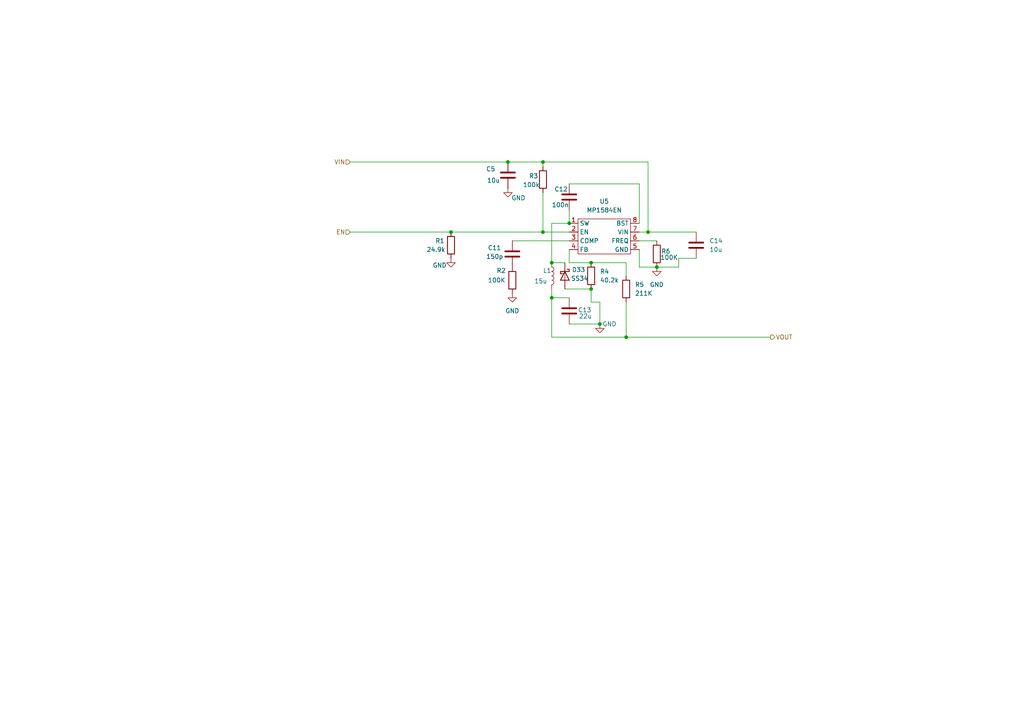
<source format=kicad_sch>
(kicad_sch
	(version 20250114)
	(generator "eeschema")
	(generator_version "9.0")
	(uuid "ad924a41-4a46-41d0-a49f-52a8569cdc75")
	(paper "A4")
	(lib_symbols
		(symbol "Device:C"
			(pin_numbers
				(hide yes)
			)
			(pin_names
				(offset 0.254)
			)
			(exclude_from_sim no)
			(in_bom yes)
			(on_board yes)
			(property "Reference" "C"
				(at 0.635 2.54 0)
				(effects
					(font
						(size 1.27 1.27)
					)
					(justify left)
				)
			)
			(property "Value" "C"
				(at 0.635 -2.54 0)
				(effects
					(font
						(size 1.27 1.27)
					)
					(justify left)
				)
			)
			(property "Footprint" ""
				(at 0.9652 -3.81 0)
				(effects
					(font
						(size 1.27 1.27)
					)
					(hide yes)
				)
			)
			(property "Datasheet" "~"
				(at 0 0 0)
				(effects
					(font
						(size 1.27 1.27)
					)
					(hide yes)
				)
			)
			(property "Description" "Unpolarized capacitor"
				(at 0 0 0)
				(effects
					(font
						(size 1.27 1.27)
					)
					(hide yes)
				)
			)
			(property "ki_keywords" "cap capacitor"
				(at 0 0 0)
				(effects
					(font
						(size 1.27 1.27)
					)
					(hide yes)
				)
			)
			(property "ki_fp_filters" "C_*"
				(at 0 0 0)
				(effects
					(font
						(size 1.27 1.27)
					)
					(hide yes)
				)
			)
			(symbol "C_0_1"
				(polyline
					(pts
						(xy -2.032 0.762) (xy 2.032 0.762)
					)
					(stroke
						(width 0.508)
						(type default)
					)
					(fill
						(type none)
					)
				)
				(polyline
					(pts
						(xy -2.032 -0.762) (xy 2.032 -0.762)
					)
					(stroke
						(width 0.508)
						(type default)
					)
					(fill
						(type none)
					)
				)
			)
			(symbol "C_1_1"
				(pin passive line
					(at 0 3.81 270)
					(length 2.794)
					(name "~"
						(effects
							(font
								(size 1.27 1.27)
							)
						)
					)
					(number "1"
						(effects
							(font
								(size 1.27 1.27)
							)
						)
					)
				)
				(pin passive line
					(at 0 -3.81 90)
					(length 2.794)
					(name "~"
						(effects
							(font
								(size 1.27 1.27)
							)
						)
					)
					(number "2"
						(effects
							(font
								(size 1.27 1.27)
							)
						)
					)
				)
			)
			(embedded_fonts no)
		)
		(symbol "Device:L"
			(pin_numbers
				(hide yes)
			)
			(pin_names
				(offset 1.016)
				(hide yes)
			)
			(exclude_from_sim no)
			(in_bom yes)
			(on_board yes)
			(property "Reference" "L"
				(at -1.27 0 90)
				(effects
					(font
						(size 1.27 1.27)
					)
				)
			)
			(property "Value" "L"
				(at 1.905 0 90)
				(effects
					(font
						(size 1.27 1.27)
					)
				)
			)
			(property "Footprint" ""
				(at 0 0 0)
				(effects
					(font
						(size 1.27 1.27)
					)
					(hide yes)
				)
			)
			(property "Datasheet" "~"
				(at 0 0 0)
				(effects
					(font
						(size 1.27 1.27)
					)
					(hide yes)
				)
			)
			(property "Description" "Inductor"
				(at 0 0 0)
				(effects
					(font
						(size 1.27 1.27)
					)
					(hide yes)
				)
			)
			(property "ki_keywords" "inductor choke coil reactor magnetic"
				(at 0 0 0)
				(effects
					(font
						(size 1.27 1.27)
					)
					(hide yes)
				)
			)
			(property "ki_fp_filters" "Choke_* *Coil* Inductor_* L_*"
				(at 0 0 0)
				(effects
					(font
						(size 1.27 1.27)
					)
					(hide yes)
				)
			)
			(symbol "L_0_1"
				(arc
					(start 0 2.54)
					(mid 0.6323 1.905)
					(end 0 1.27)
					(stroke
						(width 0)
						(type default)
					)
					(fill
						(type none)
					)
				)
				(arc
					(start 0 1.27)
					(mid 0.6323 0.635)
					(end 0 0)
					(stroke
						(width 0)
						(type default)
					)
					(fill
						(type none)
					)
				)
				(arc
					(start 0 0)
					(mid 0.6323 -0.635)
					(end 0 -1.27)
					(stroke
						(width 0)
						(type default)
					)
					(fill
						(type none)
					)
				)
				(arc
					(start 0 -1.27)
					(mid 0.6323 -1.905)
					(end 0 -2.54)
					(stroke
						(width 0)
						(type default)
					)
					(fill
						(type none)
					)
				)
			)
			(symbol "L_1_1"
				(pin passive line
					(at 0 3.81 270)
					(length 1.27)
					(name "1"
						(effects
							(font
								(size 1.27 1.27)
							)
						)
					)
					(number "1"
						(effects
							(font
								(size 1.27 1.27)
							)
						)
					)
				)
				(pin passive line
					(at 0 -3.81 90)
					(length 1.27)
					(name "2"
						(effects
							(font
								(size 1.27 1.27)
							)
						)
					)
					(number "2"
						(effects
							(font
								(size 1.27 1.27)
							)
						)
					)
				)
			)
			(embedded_fonts no)
		)
		(symbol "Device:R"
			(pin_numbers
				(hide yes)
			)
			(pin_names
				(offset 0)
			)
			(exclude_from_sim no)
			(in_bom yes)
			(on_board yes)
			(property "Reference" "R"
				(at 2.032 0 90)
				(effects
					(font
						(size 1.27 1.27)
					)
				)
			)
			(property "Value" "R"
				(at 0 0 90)
				(effects
					(font
						(size 1.27 1.27)
					)
				)
			)
			(property "Footprint" ""
				(at -1.778 0 90)
				(effects
					(font
						(size 1.27 1.27)
					)
					(hide yes)
				)
			)
			(property "Datasheet" "~"
				(at 0 0 0)
				(effects
					(font
						(size 1.27 1.27)
					)
					(hide yes)
				)
			)
			(property "Description" "Resistor"
				(at 0 0 0)
				(effects
					(font
						(size 1.27 1.27)
					)
					(hide yes)
				)
			)
			(property "ki_keywords" "R res resistor"
				(at 0 0 0)
				(effects
					(font
						(size 1.27 1.27)
					)
					(hide yes)
				)
			)
			(property "ki_fp_filters" "R_*"
				(at 0 0 0)
				(effects
					(font
						(size 1.27 1.27)
					)
					(hide yes)
				)
			)
			(symbol "R_0_1"
				(rectangle
					(start -1.016 -2.54)
					(end 1.016 2.54)
					(stroke
						(width 0.254)
						(type default)
					)
					(fill
						(type none)
					)
				)
			)
			(symbol "R_1_1"
				(pin passive line
					(at 0 3.81 270)
					(length 1.27)
					(name "~"
						(effects
							(font
								(size 1.27 1.27)
							)
						)
					)
					(number "1"
						(effects
							(font
								(size 1.27 1.27)
							)
						)
					)
				)
				(pin passive line
					(at 0 -3.81 90)
					(length 1.27)
					(name "~"
						(effects
							(font
								(size 1.27 1.27)
							)
						)
					)
					(number "2"
						(effects
							(font
								(size 1.27 1.27)
							)
						)
					)
				)
			)
			(embedded_fonts no)
		)
		(symbol "Diode:SS34"
			(pin_numbers
				(hide yes)
			)
			(pin_names
				(offset 1.016)
				(hide yes)
			)
			(exclude_from_sim no)
			(in_bom yes)
			(on_board yes)
			(property "Reference" "D"
				(at 0 2.54 0)
				(effects
					(font
						(size 1.27 1.27)
					)
				)
			)
			(property "Value" "SS34"
				(at 0 -2.54 0)
				(effects
					(font
						(size 1.27 1.27)
					)
				)
			)
			(property "Footprint" "Diode_SMD:D_SMA"
				(at 0 -4.445 0)
				(effects
					(font
						(size 1.27 1.27)
					)
					(hide yes)
				)
			)
			(property "Datasheet" "https://www.vishay.com/docs/88751/ss32.pdf"
				(at 0 0 0)
				(effects
					(font
						(size 1.27 1.27)
					)
					(hide yes)
				)
			)
			(property "Description" "40V 3A Schottky Diode, SMA"
				(at 0 0 0)
				(effects
					(font
						(size 1.27 1.27)
					)
					(hide yes)
				)
			)
			(property "ki_keywords" "diode Schottky"
				(at 0 0 0)
				(effects
					(font
						(size 1.27 1.27)
					)
					(hide yes)
				)
			)
			(property "ki_fp_filters" "D*SMA*"
				(at 0 0 0)
				(effects
					(font
						(size 1.27 1.27)
					)
					(hide yes)
				)
			)
			(symbol "SS34_0_1"
				(polyline
					(pts
						(xy -1.905 0.635) (xy -1.905 1.27) (xy -1.27 1.27) (xy -1.27 -1.27) (xy -0.635 -1.27) (xy -0.635 -0.635)
					)
					(stroke
						(width 0.254)
						(type default)
					)
					(fill
						(type none)
					)
				)
				(polyline
					(pts
						(xy 1.27 1.27) (xy 1.27 -1.27) (xy -1.27 0) (xy 1.27 1.27)
					)
					(stroke
						(width 0.254)
						(type default)
					)
					(fill
						(type none)
					)
				)
				(polyline
					(pts
						(xy 1.27 0) (xy -1.27 0)
					)
					(stroke
						(width 0)
						(type default)
					)
					(fill
						(type none)
					)
				)
			)
			(symbol "SS34_1_1"
				(pin passive line
					(at -3.81 0 0)
					(length 2.54)
					(name "K"
						(effects
							(font
								(size 1.27 1.27)
							)
						)
					)
					(number "1"
						(effects
							(font
								(size 1.27 1.27)
							)
						)
					)
				)
				(pin passive line
					(at 3.81 0 180)
					(length 2.54)
					(name "A"
						(effects
							(font
								(size 1.27 1.27)
							)
						)
					)
					(number "2"
						(effects
							(font
								(size 1.27 1.27)
							)
						)
					)
				)
			)
			(embedded_fonts no)
		)
		(symbol "power:GND"
			(power)
			(pin_numbers
				(hide yes)
			)
			(pin_names
				(offset 0)
				(hide yes)
			)
			(exclude_from_sim no)
			(in_bom yes)
			(on_board yes)
			(property "Reference" "#PWR"
				(at 0 -6.35 0)
				(effects
					(font
						(size 1.27 1.27)
					)
					(hide yes)
				)
			)
			(property "Value" "GND"
				(at 0 -3.81 0)
				(effects
					(font
						(size 1.27 1.27)
					)
				)
			)
			(property "Footprint" ""
				(at 0 0 0)
				(effects
					(font
						(size 1.27 1.27)
					)
					(hide yes)
				)
			)
			(property "Datasheet" ""
				(at 0 0 0)
				(effects
					(font
						(size 1.27 1.27)
					)
					(hide yes)
				)
			)
			(property "Description" "Power symbol creates a global label with name \"GND\" , ground"
				(at 0 0 0)
				(effects
					(font
						(size 1.27 1.27)
					)
					(hide yes)
				)
			)
			(property "ki_keywords" "global power"
				(at 0 0 0)
				(effects
					(font
						(size 1.27 1.27)
					)
					(hide yes)
				)
			)
			(symbol "GND_0_1"
				(polyline
					(pts
						(xy 0 0) (xy 0 -1.27) (xy 1.27 -1.27) (xy 0 -2.54) (xy -1.27 -1.27) (xy 0 -1.27)
					)
					(stroke
						(width 0)
						(type default)
					)
					(fill
						(type none)
					)
				)
			)
			(symbol "GND_1_1"
				(pin power_in line
					(at 0 0 270)
					(length 0)
					(name "~"
						(effects
							(font
								(size 1.27 1.27)
							)
						)
					)
					(number "1"
						(effects
							(font
								(size 1.27 1.27)
							)
						)
					)
				)
			)
			(embedded_fonts no)
		)
		(symbol "spinning_top:MP1584EN"
			(exclude_from_sim no)
			(in_bom yes)
			(on_board yes)
			(property "Reference" "U"
				(at 0 0 0)
				(effects
					(font
						(size 1.27 1.27)
					)
				)
			)
			(property "Value" "Buck Converter"
				(at 0 0 0)
				(effects
					(font
						(size 1.27 1.27)
					)
				)
			)
			(property "Footprint" ""
				(at 0 0 0)
				(effects
					(font
						(size 1.27 1.27)
					)
					(hide yes)
				)
			)
			(property "Datasheet" ""
				(at 0 0 0)
				(effects
					(font
						(size 1.27 1.27)
					)
					(hide yes)
				)
			)
			(property "Description" ""
				(at 0 0 0)
				(effects
					(font
						(size 1.27 1.27)
					)
					(hide yes)
				)
			)
			(symbol "MP1584EN_0_1"
				(rectangle
					(start -7.62 5.08)
					(end 7.62 -5.08)
					(stroke
						(width 0)
						(type default)
					)
					(fill
						(type none)
					)
				)
			)
			(symbol "MP1584EN_1_1"
				(pin output line
					(at -10.16 3.81 0)
					(length 2.54)
					(name "SW"
						(effects
							(font
								(size 1.27 1.27)
							)
						)
					)
					(number "1"
						(effects
							(font
								(size 1.27 1.27)
							)
						)
					)
				)
				(pin input line
					(at -10.16 1.27 0)
					(length 2.54)
					(name "EN"
						(effects
							(font
								(size 1.27 1.27)
							)
						)
					)
					(number "2"
						(effects
							(font
								(size 1.27 1.27)
							)
						)
					)
				)
				(pin output line
					(at -10.16 -1.27 0)
					(length 2.54)
					(name "COMP"
						(effects
							(font
								(size 1.27 1.27)
							)
						)
					)
					(number "3"
						(effects
							(font
								(size 1.27 1.27)
							)
						)
					)
				)
				(pin input line
					(at -10.16 -3.81 0)
					(length 2.54)
					(name "FB"
						(effects
							(font
								(size 1.27 1.27)
							)
						)
					)
					(number "4"
						(effects
							(font
								(size 1.27 1.27)
							)
						)
					)
				)
				(pin input line
					(at 10.16 3.81 180)
					(length 2.54)
					(name "BST"
						(effects
							(font
								(size 1.27 1.27)
							)
						)
					)
					(number "8"
						(effects
							(font
								(size 1.27 1.27)
							)
						)
					)
				)
				(pin input line
					(at 10.16 1.27 180)
					(length 2.54)
					(name "VIN"
						(effects
							(font
								(size 1.27 1.27)
							)
						)
					)
					(number "7"
						(effects
							(font
								(size 1.27 1.27)
							)
						)
					)
				)
				(pin input line
					(at 10.16 -1.27 180)
					(length 2.54)
					(name "FREQ"
						(effects
							(font
								(size 1.27 1.27)
							)
						)
					)
					(number "6"
						(effects
							(font
								(size 1.27 1.27)
							)
						)
					)
				)
				(pin input line
					(at 10.16 -3.81 180)
					(length 2.54)
					(name "GND"
						(effects
							(font
								(size 1.27 1.27)
							)
						)
					)
					(number "5"
						(effects
							(font
								(size 1.27 1.27)
							)
						)
					)
				)
			)
			(embedded_fonts no)
		)
	)
	(junction
		(at 171.45 83.82)
		(diameter 0)
		(color 0 0 0 0)
		(uuid "2cf7d5fd-f24d-444b-888f-47725a4cb0c3")
	)
	(junction
		(at 160.02 86.36)
		(diameter 0)
		(color 0 0 0 0)
		(uuid "55d5c6d3-660b-45bc-9bc1-0facd57eeed5")
	)
	(junction
		(at 173.99 93.98)
		(diameter 0)
		(color 0 0 0 0)
		(uuid "6e083ae4-de4c-42f3-aee4-2fa5a98db601")
	)
	(junction
		(at 157.48 46.99)
		(diameter 0)
		(color 0 0 0 0)
		(uuid "7b6087e2-bad9-48bb-a7a2-7066283ce316")
	)
	(junction
		(at 130.81 67.31)
		(diameter 0)
		(color 0 0 0 0)
		(uuid "810fa0d5-48fa-4e1e-aa0e-0724388434a1")
	)
	(junction
		(at 190.5 77.47)
		(diameter 0)
		(color 0 0 0 0)
		(uuid "89e5be56-c589-484a-ae49-37eebdcb92f6")
	)
	(junction
		(at 157.48 67.31)
		(diameter 0)
		(color 0 0 0 0)
		(uuid "8ba0c6d2-9521-445b-9b50-3a9f89dc06a2")
	)
	(junction
		(at 147.32 46.99)
		(diameter 0)
		(color 0 0 0 0)
		(uuid "8c300008-f662-48a6-958d-42e7eca8c910")
	)
	(junction
		(at 160.02 76.2)
		(diameter 0)
		(color 0 0 0 0)
		(uuid "9319e25c-4df5-4e89-ac74-c690e357d422")
	)
	(junction
		(at 165.1 64.77)
		(diameter 0)
		(color 0 0 0 0)
		(uuid "adfe9836-b72f-4d78-a071-1e7986fe5d44")
	)
	(junction
		(at 181.61 97.79)
		(diameter 0)
		(color 0 0 0 0)
		(uuid "b7a87e67-e87f-4db6-a48e-a011914c1b1a")
	)
	(junction
		(at 171.45 76.2)
		(diameter 0)
		(color 0 0 0 0)
		(uuid "bea6a992-0be6-4c5b-bf83-2f7b711c86dc")
	)
	(junction
		(at 187.96 67.31)
		(diameter 0)
		(color 0 0 0 0)
		(uuid "e546ea4c-07da-4bc7-aaf8-8f47f9f4f3e0")
	)
	(wire
		(pts
			(xy 101.6 46.99) (xy 147.32 46.99)
		)
		(stroke
			(width 0)
			(type default)
		)
		(uuid "011fb40c-f640-44f1-a158-31900e787321")
	)
	(wire
		(pts
			(xy 171.45 83.82) (xy 171.45 87.63)
		)
		(stroke
			(width 0)
			(type default)
		)
		(uuid "018c2a87-1153-4ebd-9676-b701e6b0202f")
	)
	(wire
		(pts
			(xy 187.96 67.31) (xy 201.93 67.31)
		)
		(stroke
			(width 0)
			(type default)
		)
		(uuid "074fb02d-fbf5-4c15-a1e3-86817451933f")
	)
	(wire
		(pts
			(xy 165.1 60.96) (xy 165.1 64.77)
		)
		(stroke
			(width 0)
			(type default)
		)
		(uuid "0880dfb8-d0c8-4305-bbed-5bf6fc82398e")
	)
	(wire
		(pts
			(xy 157.48 67.31) (xy 165.1 67.31)
		)
		(stroke
			(width 0)
			(type default)
		)
		(uuid "08b3e113-a15c-467c-bb17-9ec07ae168e6")
	)
	(wire
		(pts
			(xy 181.61 87.63) (xy 181.61 97.79)
		)
		(stroke
			(width 0)
			(type default)
		)
		(uuid "196f77cb-4df4-4db0-bc60-005a16fa113c")
	)
	(wire
		(pts
			(xy 185.42 69.85) (xy 190.5 69.85)
		)
		(stroke
			(width 0)
			(type default)
		)
		(uuid "2407becc-2209-4c81-a4b3-4cfb391bc025")
	)
	(wire
		(pts
			(xy 147.32 46.99) (xy 157.48 46.99)
		)
		(stroke
			(width 0)
			(type default)
		)
		(uuid "27096acd-f38b-4a65-96d0-43ecfe5abd1a")
	)
	(wire
		(pts
			(xy 130.81 67.31) (xy 157.48 67.31)
		)
		(stroke
			(width 0)
			(type default)
		)
		(uuid "27fc7978-d6a3-4ba8-9dca-d9cb8f1d6247")
	)
	(wire
		(pts
			(xy 163.83 83.82) (xy 171.45 83.82)
		)
		(stroke
			(width 0)
			(type default)
		)
		(uuid "2f82e364-d11b-48ce-992a-c71e304529ab")
	)
	(wire
		(pts
			(xy 160.02 76.2) (xy 163.83 76.2)
		)
		(stroke
			(width 0)
			(type default)
		)
		(uuid "3c79a0b0-b102-4b19-91db-c22e2c4c48bc")
	)
	(wire
		(pts
			(xy 165.1 72.39) (xy 165.1 76.2)
		)
		(stroke
			(width 0)
			(type default)
		)
		(uuid "3f5ea1f8-466e-4067-a8a2-11571fe1ecd3")
	)
	(wire
		(pts
			(xy 185.42 67.31) (xy 187.96 67.31)
		)
		(stroke
			(width 0)
			(type default)
		)
		(uuid "41d8d03e-ce88-4d81-a3f1-42abfd91c5ef")
	)
	(wire
		(pts
			(xy 157.48 46.99) (xy 157.48 48.26)
		)
		(stroke
			(width 0)
			(type default)
		)
		(uuid "4f165c28-f743-49e7-b89a-97906c7f3c26")
	)
	(wire
		(pts
			(xy 173.99 87.63) (xy 173.99 93.98)
		)
		(stroke
			(width 0)
			(type default)
		)
		(uuid "5005e213-e7bc-47a8-857f-85fca8efa41a")
	)
	(wire
		(pts
			(xy 171.45 76.2) (xy 181.61 76.2)
		)
		(stroke
			(width 0)
			(type default)
		)
		(uuid "546c13b4-c012-4289-8b40-aecd7ee8428b")
	)
	(wire
		(pts
			(xy 165.1 76.2) (xy 171.45 76.2)
		)
		(stroke
			(width 0)
			(type default)
		)
		(uuid "561dca1f-767a-44c4-986b-efa37971d4c6")
	)
	(wire
		(pts
			(xy 101.6 67.31) (xy 130.81 67.31)
		)
		(stroke
			(width 0)
			(type default)
		)
		(uuid "5f48cbd8-67ff-4529-a07e-24980c1b38f6")
	)
	(wire
		(pts
			(xy 171.45 87.63) (xy 173.99 87.63)
		)
		(stroke
			(width 0)
			(type default)
		)
		(uuid "69c73c1b-e58f-4e61-bb52-18307e1057b6")
	)
	(wire
		(pts
			(xy 160.02 83.82) (xy 160.02 86.36)
		)
		(stroke
			(width 0)
			(type default)
		)
		(uuid "73e5b747-db12-43ad-b9dc-0d5739ad3a79")
	)
	(wire
		(pts
			(xy 157.48 46.99) (xy 187.96 46.99)
		)
		(stroke
			(width 0)
			(type default)
		)
		(uuid "770810f7-61fe-4284-8af8-26bce5f0f912")
	)
	(wire
		(pts
			(xy 181.61 76.2) (xy 181.61 80.01)
		)
		(stroke
			(width 0)
			(type default)
		)
		(uuid "80e70967-2e07-472d-8897-71ce4c1038bd")
	)
	(wire
		(pts
			(xy 148.59 69.85) (xy 165.1 69.85)
		)
		(stroke
			(width 0)
			(type default)
		)
		(uuid "827d8c91-cc6f-4463-937e-0124a88621c6")
	)
	(wire
		(pts
			(xy 157.48 55.88) (xy 157.48 67.31)
		)
		(stroke
			(width 0)
			(type default)
		)
		(uuid "85d7bba3-ad54-48af-8c48-9b505a9d02b6")
	)
	(wire
		(pts
			(xy 185.42 53.34) (xy 185.42 64.77)
		)
		(stroke
			(width 0)
			(type default)
		)
		(uuid "96e06630-6919-44a9-b174-33add9cb7e05")
	)
	(wire
		(pts
			(xy 173.99 93.98) (xy 165.1 93.98)
		)
		(stroke
			(width 0)
			(type default)
		)
		(uuid "9cc536fe-d7f7-4a08-a7cc-667fd4583895")
	)
	(wire
		(pts
			(xy 160.02 86.36) (xy 165.1 86.36)
		)
		(stroke
			(width 0)
			(type default)
		)
		(uuid "9ed3334f-83e8-48b1-8a13-4f945e4d761a")
	)
	(wire
		(pts
			(xy 160.02 97.79) (xy 181.61 97.79)
		)
		(stroke
			(width 0)
			(type default)
		)
		(uuid "ac71598c-ad87-445f-aabb-43602b7b0e60")
	)
	(wire
		(pts
			(xy 181.61 97.79) (xy 223.52 97.79)
		)
		(stroke
			(width 0)
			(type default)
		)
		(uuid "b2ace0cc-249d-4f36-9538-80e8927e55f8")
	)
	(wire
		(pts
			(xy 185.42 72.39) (xy 185.42 77.47)
		)
		(stroke
			(width 0)
			(type default)
		)
		(uuid "b70bde4c-8a45-4503-bf3b-a437fc9d6551")
	)
	(wire
		(pts
			(xy 187.96 67.31) (xy 187.96 46.99)
		)
		(stroke
			(width 0)
			(type default)
		)
		(uuid "c2f619a2-9f66-406e-8806-11e5d2529088")
	)
	(wire
		(pts
			(xy 165.1 64.77) (xy 160.02 64.77)
		)
		(stroke
			(width 0)
			(type default)
		)
		(uuid "c589b5d0-6e75-46b9-af92-258d639fef31")
	)
	(wire
		(pts
			(xy 196.85 77.47) (xy 190.5 77.47)
		)
		(stroke
			(width 0)
			(type default)
		)
		(uuid "d68f8147-9d81-40e5-a269-6b0b4eb5d7d3")
	)
	(wire
		(pts
			(xy 160.02 86.36) (xy 160.02 97.79)
		)
		(stroke
			(width 0)
			(type default)
		)
		(uuid "d80787cc-b39d-4378-a227-44361d0505f9")
	)
	(wire
		(pts
			(xy 185.42 77.47) (xy 190.5 77.47)
		)
		(stroke
			(width 0)
			(type default)
		)
		(uuid "d9b09236-c60c-4f0e-a746-6d2bf51fdab4")
	)
	(wire
		(pts
			(xy 196.85 74.93) (xy 201.93 74.93)
		)
		(stroke
			(width 0)
			(type default)
		)
		(uuid "e8f58b43-7c49-4345-84d6-1db6ced79ee4")
	)
	(wire
		(pts
			(xy 196.85 74.93) (xy 196.85 77.47)
		)
		(stroke
			(width 0)
			(type default)
		)
		(uuid "eb7814f9-0826-4e59-812a-4737ce98c85f")
	)
	(wire
		(pts
			(xy 165.1 53.34) (xy 185.42 53.34)
		)
		(stroke
			(width 0)
			(type default)
		)
		(uuid "eddd25d6-9430-44f2-8ba1-8211f9a48686")
	)
	(wire
		(pts
			(xy 160.02 64.77) (xy 160.02 76.2)
		)
		(stroke
			(width 0)
			(type default)
		)
		(uuid "fbfce56d-261f-400f-9c2f-c828f0532530")
	)
	(hierarchical_label "EN"
		(shape input)
		(at 101.6 67.31 180)
		(effects
			(font
				(size 1.27 1.27)
			)
			(justify right)
		)
		(uuid "05a7ef8e-b431-46c9-8ba8-e6b9b47c229c")
	)
	(hierarchical_label "VOUT"
		(shape output)
		(at 223.52 97.79 0)
		(effects
			(font
				(size 1.27 1.27)
			)
			(justify left)
		)
		(uuid "0e0156b3-4725-4cd9-9620-6d1c276412bf")
	)
	(hierarchical_label "VIN"
		(shape input)
		(at 101.6 46.99 180)
		(effects
			(font
				(size 1.27 1.27)
			)
			(justify right)
		)
		(uuid "5b4dadcc-7d75-4d79-a42c-9fba062681c7")
	)
	(symbol
		(lib_id "Device:R")
		(at 181.61 83.82 0)
		(unit 1)
		(exclude_from_sim no)
		(in_bom yes)
		(on_board yes)
		(dnp no)
		(fields_autoplaced yes)
		(uuid "076fa0a1-bf63-473a-8a73-932f9a3cffbb")
		(property "Reference" "R5"
			(at 184.15 82.5499 0)
			(effects
				(font
					(size 1.27 1.27)
				)
				(justify left)
			)
		)
		(property "Value" "211K"
			(at 184.15 85.0899 0)
			(effects
				(font
					(size 1.27 1.27)
				)
				(justify left)
			)
		)
		(property "Footprint" ""
			(at 179.832 83.82 90)
			(effects
				(font
					(size 1.27 1.27)
				)
				(hide yes)
			)
		)
		(property "Datasheet" "~"
			(at 181.61 83.82 0)
			(effects
				(font
					(size 1.27 1.27)
				)
				(hide yes)
			)
		)
		(property "Description" "Resistor"
			(at 181.61 83.82 0)
			(effects
				(font
					(size 1.27 1.27)
				)
				(hide yes)
			)
		)
		(pin "1"
			(uuid "d7a71393-98ca-4835-b74a-bb86afd1f3b8")
		)
		(pin "2"
			(uuid "12ec34ab-c627-4ab8-b91b-df22c4701b68")
		)
		(instances
			(project "Smart_Spinner"
				(path "/f709486d-613a-44bb-9859-6d5f77e05693/6285590c-ce2a-4b4d-8f7b-9d941974f9a2/0d42ab92-6df8-4e2f-b817-fb873a6da883"
					(reference "R5")
					(unit 1)
				)
			)
		)
	)
	(symbol
		(lib_id "Device:C")
		(at 201.93 71.12 0)
		(unit 1)
		(exclude_from_sim no)
		(in_bom yes)
		(on_board yes)
		(dnp no)
		(fields_autoplaced yes)
		(uuid "11f6f6d9-76de-432a-8a22-ce2a034b498b")
		(property "Reference" "C14"
			(at 205.74 69.8499 0)
			(effects
				(font
					(size 1.27 1.27)
				)
				(justify left)
			)
		)
		(property "Value" "10u"
			(at 205.74 72.3899 0)
			(effects
				(font
					(size 1.27 1.27)
				)
				(justify left)
			)
		)
		(property "Footprint" ""
			(at 202.8952 74.93 0)
			(effects
				(font
					(size 1.27 1.27)
				)
				(hide yes)
			)
		)
		(property "Datasheet" "~"
			(at 201.93 71.12 0)
			(effects
				(font
					(size 1.27 1.27)
				)
				(hide yes)
			)
		)
		(property "Description" "Unpolarized capacitor"
			(at 201.93 71.12 0)
			(effects
				(font
					(size 1.27 1.27)
				)
				(hide yes)
			)
		)
		(pin "1"
			(uuid "b2bc3449-b8f0-4e8f-b927-1675d8769799")
		)
		(pin "2"
			(uuid "ea801173-582b-42b5-b791-c72aba870f15")
		)
		(instances
			(project "Smart_Spinner"
				(path "/f709486d-613a-44bb-9859-6d5f77e05693/6285590c-ce2a-4b4d-8f7b-9d941974f9a2/0d42ab92-6df8-4e2f-b817-fb873a6da883"
					(reference "C14")
					(unit 1)
				)
			)
		)
	)
	(symbol
		(lib_id "power:GND")
		(at 147.32 54.61 0)
		(unit 1)
		(exclude_from_sim no)
		(in_bom yes)
		(on_board yes)
		(dnp no)
		(uuid "1e62a208-74d6-43c0-a289-a1d562c5c467")
		(property "Reference" "#PWR08"
			(at 147.32 60.96 0)
			(effects
				(font
					(size 1.27 1.27)
				)
				(hide yes)
			)
		)
		(property "Value" "GND"
			(at 150.368 57.404 0)
			(effects
				(font
					(size 1.27 1.27)
				)
			)
		)
		(property "Footprint" ""
			(at 147.32 54.61 0)
			(effects
				(font
					(size 1.27 1.27)
				)
				(hide yes)
			)
		)
		(property "Datasheet" ""
			(at 147.32 54.61 0)
			(effects
				(font
					(size 1.27 1.27)
				)
				(hide yes)
			)
		)
		(property "Description" "Power symbol creates a global label with name \"GND\" , ground"
			(at 147.32 54.61 0)
			(effects
				(font
					(size 1.27 1.27)
				)
				(hide yes)
			)
		)
		(pin "1"
			(uuid "111552c4-b336-4d35-ac48-37b9477ea7da")
		)
		(instances
			(project "Smart_Spinner"
				(path "/f709486d-613a-44bb-9859-6d5f77e05693/6285590c-ce2a-4b4d-8f7b-9d941974f9a2/0d42ab92-6df8-4e2f-b817-fb873a6da883"
					(reference "#PWR08")
					(unit 1)
				)
			)
		)
	)
	(symbol
		(lib_id "Device:R")
		(at 157.48 52.07 0)
		(unit 1)
		(exclude_from_sim no)
		(in_bom yes)
		(on_board yes)
		(dnp no)
		(uuid "31a00700-a203-4ca9-aa5c-13e91737ca61")
		(property "Reference" "R3"
			(at 153.416 51.054 0)
			(effects
				(font
					(size 1.27 1.27)
				)
				(justify left)
			)
		)
		(property "Value" "100k"
			(at 151.638 53.594 0)
			(effects
				(font
					(size 1.27 1.27)
				)
				(justify left)
			)
		)
		(property "Footprint" ""
			(at 155.702 52.07 90)
			(effects
				(font
					(size 1.27 1.27)
				)
				(hide yes)
			)
		)
		(property "Datasheet" "~"
			(at 157.48 52.07 0)
			(effects
				(font
					(size 1.27 1.27)
				)
				(hide yes)
			)
		)
		(property "Description" "Resistor"
			(at 157.48 52.07 0)
			(effects
				(font
					(size 1.27 1.27)
				)
				(hide yes)
			)
		)
		(pin "2"
			(uuid "72d44bf3-bd18-4269-9218-b8fb09e39c8c")
		)
		(pin "1"
			(uuid "e9517b35-9126-44bf-a92f-770db60f601b")
		)
		(instances
			(project "Smart_Spinner"
				(path "/f709486d-613a-44bb-9859-6d5f77e05693/6285590c-ce2a-4b4d-8f7b-9d941974f9a2/0d42ab92-6df8-4e2f-b817-fb873a6da883"
					(reference "R3")
					(unit 1)
				)
			)
		)
	)
	(symbol
		(lib_id "Device:R")
		(at 130.81 71.12 0)
		(unit 1)
		(exclude_from_sim no)
		(in_bom yes)
		(on_board yes)
		(dnp no)
		(uuid "37968477-a506-4097-a099-1b77b05b9ee9")
		(property "Reference" "R1"
			(at 126.238 69.85 0)
			(effects
				(font
					(size 1.27 1.27)
				)
				(justify left)
			)
		)
		(property "Value" "24.9k"
			(at 123.698 72.39 0)
			(effects
				(font
					(size 1.27 1.27)
				)
				(justify left)
			)
		)
		(property "Footprint" ""
			(at 129.032 71.12 90)
			(effects
				(font
					(size 1.27 1.27)
				)
				(hide yes)
			)
		)
		(property "Datasheet" "~"
			(at 130.81 71.12 0)
			(effects
				(font
					(size 1.27 1.27)
				)
				(hide yes)
			)
		)
		(property "Description" "Resistor"
			(at 130.81 71.12 0)
			(effects
				(font
					(size 1.27 1.27)
				)
				(hide yes)
			)
		)
		(pin "2"
			(uuid "512134c5-d8f9-4d04-9ac5-c0951ab0a8d7")
		)
		(pin "1"
			(uuid "305fa59a-2ee2-4c30-86df-b60c0851d5cc")
		)
		(instances
			(project "Smart_Spinner"
				(path "/f709486d-613a-44bb-9859-6d5f77e05693/6285590c-ce2a-4b4d-8f7b-9d941974f9a2/0d42ab92-6df8-4e2f-b817-fb873a6da883"
					(reference "R1")
					(unit 1)
				)
			)
		)
	)
	(symbol
		(lib_id "Device:R")
		(at 190.5 73.66 0)
		(unit 1)
		(exclude_from_sim no)
		(in_bom yes)
		(on_board yes)
		(dnp no)
		(uuid "42b4a1a7-9eec-4649-92ca-2a3dc738ac19")
		(property "Reference" "R6"
			(at 191.77 72.898 0)
			(effects
				(font
					(size 1.27 1.27)
				)
				(justify left)
			)
		)
		(property "Value" "100K"
			(at 191.516 74.676 0)
			(effects
				(font
					(size 1.27 1.27)
				)
				(justify left)
			)
		)
		(property "Footprint" ""
			(at 188.722 73.66 90)
			(effects
				(font
					(size 1.27 1.27)
				)
				(hide yes)
			)
		)
		(property "Datasheet" "~"
			(at 190.5 73.66 0)
			(effects
				(font
					(size 1.27 1.27)
				)
				(hide yes)
			)
		)
		(property "Description" "Resistor"
			(at 190.5 73.66 0)
			(effects
				(font
					(size 1.27 1.27)
				)
				(hide yes)
			)
		)
		(pin "2"
			(uuid "e2b99961-9ce9-448d-86ec-21f73c44f28b")
		)
		(pin "1"
			(uuid "7c505837-42f5-47fc-9fc4-4b976db26c55")
		)
		(instances
			(project "Smart_Spinner"
				(path "/f709486d-613a-44bb-9859-6d5f77e05693/6285590c-ce2a-4b4d-8f7b-9d941974f9a2/0d42ab92-6df8-4e2f-b817-fb873a6da883"
					(reference "R6")
					(unit 1)
				)
			)
		)
	)
	(symbol
		(lib_id "Device:C")
		(at 147.32 50.8 0)
		(unit 1)
		(exclude_from_sim no)
		(in_bom yes)
		(on_board yes)
		(dnp no)
		(uuid "42eeda1f-faa7-4952-8a80-b6ed8284d3cc")
		(property "Reference" "C5"
			(at 140.97 49.022 0)
			(effects
				(font
					(size 1.27 1.27)
				)
				(justify left)
			)
		)
		(property "Value" "10u"
			(at 141.224 52.324 0)
			(effects
				(font
					(size 1.27 1.27)
				)
				(justify left)
			)
		)
		(property "Footprint" ""
			(at 148.2852 54.61 0)
			(effects
				(font
					(size 1.27 1.27)
				)
				(hide yes)
			)
		)
		(property "Datasheet" "~"
			(at 147.32 50.8 0)
			(effects
				(font
					(size 1.27 1.27)
				)
				(hide yes)
			)
		)
		(property "Description" "Unpolarized capacitor"
			(at 147.32 50.8 0)
			(effects
				(font
					(size 1.27 1.27)
				)
				(hide yes)
			)
		)
		(pin "1"
			(uuid "d7516169-bc2e-4df6-b4f4-1301033db025")
		)
		(pin "2"
			(uuid "b9ea88fe-0ad1-40f3-a04f-0c9cd8fce988")
		)
		(instances
			(project "Smart_Spinner"
				(path "/f709486d-613a-44bb-9859-6d5f77e05693/6285590c-ce2a-4b4d-8f7b-9d941974f9a2/0d42ab92-6df8-4e2f-b817-fb873a6da883"
					(reference "C5")
					(unit 1)
				)
			)
		)
	)
	(symbol
		(lib_id "power:GND")
		(at 130.81 74.93 0)
		(unit 1)
		(exclude_from_sim no)
		(in_bom yes)
		(on_board yes)
		(dnp no)
		(uuid "4da8485e-166b-46d9-b721-b2be411a55d4")
		(property "Reference" "#PWR07"
			(at 130.81 81.28 0)
			(effects
				(font
					(size 1.27 1.27)
				)
				(hide yes)
			)
		)
		(property "Value" "GND"
			(at 127.508 76.962 0)
			(effects
				(font
					(size 1.27 1.27)
				)
			)
		)
		(property "Footprint" ""
			(at 130.81 74.93 0)
			(effects
				(font
					(size 1.27 1.27)
				)
				(hide yes)
			)
		)
		(property "Datasheet" ""
			(at 130.81 74.93 0)
			(effects
				(font
					(size 1.27 1.27)
				)
				(hide yes)
			)
		)
		(property "Description" "Power symbol creates a global label with name \"GND\" , ground"
			(at 130.81 74.93 0)
			(effects
				(font
					(size 1.27 1.27)
				)
				(hide yes)
			)
		)
		(pin "1"
			(uuid "dd2b4bd9-54e4-475c-b29d-732ea830b3e3")
		)
		(instances
			(project "Smart_Spinner"
				(path "/f709486d-613a-44bb-9859-6d5f77e05693/6285590c-ce2a-4b4d-8f7b-9d941974f9a2/0d42ab92-6df8-4e2f-b817-fb873a6da883"
					(reference "#PWR07")
					(unit 1)
				)
			)
		)
	)
	(symbol
		(lib_id "power:GND")
		(at 148.59 85.09 0)
		(unit 1)
		(exclude_from_sim no)
		(in_bom yes)
		(on_board yes)
		(dnp no)
		(fields_autoplaced yes)
		(uuid "5592a2e7-5bec-46f7-a695-84c8e22550eb")
		(property "Reference" "#PWR021"
			(at 148.59 91.44 0)
			(effects
				(font
					(size 1.27 1.27)
				)
				(hide yes)
			)
		)
		(property "Value" "GND"
			(at 148.59 90.17 0)
			(effects
				(font
					(size 1.27 1.27)
				)
			)
		)
		(property "Footprint" ""
			(at 148.59 85.09 0)
			(effects
				(font
					(size 1.27 1.27)
				)
				(hide yes)
			)
		)
		(property "Datasheet" ""
			(at 148.59 85.09 0)
			(effects
				(font
					(size 1.27 1.27)
				)
				(hide yes)
			)
		)
		(property "Description" "Power symbol creates a global label with name \"GND\" , ground"
			(at 148.59 85.09 0)
			(effects
				(font
					(size 1.27 1.27)
				)
				(hide yes)
			)
		)
		(pin "1"
			(uuid "7a4b1f93-35b2-4db4-a42b-8099899c2e6d")
		)
		(instances
			(project "Smart_Spinner"
				(path "/f709486d-613a-44bb-9859-6d5f77e05693/6285590c-ce2a-4b4d-8f7b-9d941974f9a2/0d42ab92-6df8-4e2f-b817-fb873a6da883"
					(reference "#PWR021")
					(unit 1)
				)
			)
		)
	)
	(symbol
		(lib_id "Device:C")
		(at 165.1 57.15 0)
		(unit 1)
		(exclude_from_sim no)
		(in_bom yes)
		(on_board yes)
		(dnp no)
		(uuid "5bd0b0c9-4ecc-4ee0-93e6-6b033f132650")
		(property "Reference" "C12"
			(at 160.782 54.864 0)
			(effects
				(font
					(size 1.27 1.27)
				)
				(justify left)
			)
		)
		(property "Value" "100n"
			(at 160.02 59.436 0)
			(effects
				(font
					(size 1.27 1.27)
				)
				(justify left)
			)
		)
		(property "Footprint" ""
			(at 166.0652 60.96 0)
			(effects
				(font
					(size 1.27 1.27)
				)
				(hide yes)
			)
		)
		(property "Datasheet" "~"
			(at 165.1 57.15 0)
			(effects
				(font
					(size 1.27 1.27)
				)
				(hide yes)
			)
		)
		(property "Description" "Unpolarized capacitor"
			(at 165.1 57.15 0)
			(effects
				(font
					(size 1.27 1.27)
				)
				(hide yes)
			)
		)
		(pin "1"
			(uuid "e39d974f-a574-4cb2-843b-20d1bd53116a")
		)
		(pin "2"
			(uuid "ce80eef4-eb4e-40f2-8427-80e8df8b7dcb")
		)
		(instances
			(project "Smart_Spinner"
				(path "/f709486d-613a-44bb-9859-6d5f77e05693/6285590c-ce2a-4b4d-8f7b-9d941974f9a2/0d42ab92-6df8-4e2f-b817-fb873a6da883"
					(reference "C12")
					(unit 1)
				)
			)
		)
	)
	(symbol
		(lib_id "power:GND")
		(at 190.5 77.47 0)
		(unit 1)
		(exclude_from_sim no)
		(in_bom yes)
		(on_board yes)
		(dnp no)
		(fields_autoplaced yes)
		(uuid "67afc91a-9a93-4f70-a2a8-66bbab73abd0")
		(property "Reference" "#PWR023"
			(at 190.5 83.82 0)
			(effects
				(font
					(size 1.27 1.27)
				)
				(hide yes)
			)
		)
		(property "Value" "GND"
			(at 190.5 82.55 0)
			(effects
				(font
					(size 1.27 1.27)
				)
			)
		)
		(property "Footprint" ""
			(at 190.5 77.47 0)
			(effects
				(font
					(size 1.27 1.27)
				)
				(hide yes)
			)
		)
		(property "Datasheet" ""
			(at 190.5 77.47 0)
			(effects
				(font
					(size 1.27 1.27)
				)
				(hide yes)
			)
		)
		(property "Description" "Power symbol creates a global label with name \"GND\" , ground"
			(at 190.5 77.47 0)
			(effects
				(font
					(size 1.27 1.27)
				)
				(hide yes)
			)
		)
		(pin "1"
			(uuid "e0d37a41-9c1d-4b93-a348-a8159c800951")
		)
		(instances
			(project "Smart_Spinner"
				(path "/f709486d-613a-44bb-9859-6d5f77e05693/6285590c-ce2a-4b4d-8f7b-9d941974f9a2/0d42ab92-6df8-4e2f-b817-fb873a6da883"
					(reference "#PWR023")
					(unit 1)
				)
			)
		)
	)
	(symbol
		(lib_id "Diode:SS34")
		(at 163.83 80.01 270)
		(unit 1)
		(exclude_from_sim no)
		(in_bom yes)
		(on_board yes)
		(dnp no)
		(uuid "7edd8f21-d1ad-4345-96e3-74c92b52feea")
		(property "Reference" "D33"
			(at 165.862 78.232 90)
			(effects
				(font
					(size 1.27 1.27)
				)
				(justify left)
			)
		)
		(property "Value" "SS34"
			(at 165.608 80.772 90)
			(effects
				(font
					(size 1.27 1.27)
				)
				(justify left)
			)
		)
		(property "Footprint" "Diode_SMD:D_SMA"
			(at 159.385 80.01 0)
			(effects
				(font
					(size 1.27 1.27)
				)
				(hide yes)
			)
		)
		(property "Datasheet" "https://www.vishay.com/docs/88751/ss32.pdf"
			(at 163.83 80.01 0)
			(effects
				(font
					(size 1.27 1.27)
				)
				(hide yes)
			)
		)
		(property "Description" "40V 3A Schottky Diode, SMA"
			(at 163.83 80.01 0)
			(effects
				(font
					(size 1.27 1.27)
				)
				(hide yes)
			)
		)
		(pin "2"
			(uuid "d90eaaaf-167b-450c-8586-d0808781b7ae")
		)
		(pin "1"
			(uuid "d9771d48-c38a-4b4a-bbbf-1031c6e4f5f2")
		)
		(instances
			(project "Smart_Spinner"
				(path "/f709486d-613a-44bb-9859-6d5f77e05693/6285590c-ce2a-4b4d-8f7b-9d941974f9a2/0d42ab92-6df8-4e2f-b817-fb873a6da883"
					(reference "D33")
					(unit 1)
				)
			)
		)
	)
	(symbol
		(lib_id "Device:R")
		(at 171.45 80.01 0)
		(unit 1)
		(exclude_from_sim no)
		(in_bom yes)
		(on_board yes)
		(dnp no)
		(fields_autoplaced yes)
		(uuid "aa50b090-8e95-4e38-bd5d-f3b89a2c2707")
		(property "Reference" "R4"
			(at 173.99 78.7399 0)
			(effects
				(font
					(size 1.27 1.27)
				)
				(justify left)
			)
		)
		(property "Value" "40.2k"
			(at 173.99 81.2799 0)
			(effects
				(font
					(size 1.27 1.27)
				)
				(justify left)
			)
		)
		(property "Footprint" ""
			(at 169.672 80.01 90)
			(effects
				(font
					(size 1.27 1.27)
				)
				(hide yes)
			)
		)
		(property "Datasheet" "~"
			(at 171.45 80.01 0)
			(effects
				(font
					(size 1.27 1.27)
				)
				(hide yes)
			)
		)
		(property "Description" "Resistor"
			(at 171.45 80.01 0)
			(effects
				(font
					(size 1.27 1.27)
				)
				(hide yes)
			)
		)
		(pin "2"
			(uuid "c7183edc-05f3-4eda-b6b1-87a0b66022f0")
		)
		(pin "1"
			(uuid "1881a408-e20b-475a-8741-3744ef0712d5")
		)
		(instances
			(project "Smart_Spinner"
				(path "/f709486d-613a-44bb-9859-6d5f77e05693/6285590c-ce2a-4b4d-8f7b-9d941974f9a2/0d42ab92-6df8-4e2f-b817-fb873a6da883"
					(reference "R4")
					(unit 1)
				)
			)
		)
	)
	(symbol
		(lib_id "power:GND")
		(at 173.99 93.98 0)
		(unit 1)
		(exclude_from_sim no)
		(in_bom yes)
		(on_board yes)
		(dnp no)
		(uuid "ab700f25-ae20-4c40-836c-ec9be4b3a2aa")
		(property "Reference" "#PWR022"
			(at 173.99 100.33 0)
			(effects
				(font
					(size 1.27 1.27)
				)
				(hide yes)
			)
		)
		(property "Value" "GND"
			(at 176.784 93.98 0)
			(effects
				(font
					(size 1.27 1.27)
				)
			)
		)
		(property "Footprint" ""
			(at 173.99 93.98 0)
			(effects
				(font
					(size 1.27 1.27)
				)
				(hide yes)
			)
		)
		(property "Datasheet" ""
			(at 173.99 93.98 0)
			(effects
				(font
					(size 1.27 1.27)
				)
				(hide yes)
			)
		)
		(property "Description" "Power symbol creates a global label with name \"GND\" , ground"
			(at 173.99 93.98 0)
			(effects
				(font
					(size 1.27 1.27)
				)
				(hide yes)
			)
		)
		(pin "1"
			(uuid "77861b61-4d3a-410e-ba3c-d99feba83975")
		)
		(instances
			(project "Smart_Spinner"
				(path "/f709486d-613a-44bb-9859-6d5f77e05693/6285590c-ce2a-4b4d-8f7b-9d941974f9a2/0d42ab92-6df8-4e2f-b817-fb873a6da883"
					(reference "#PWR022")
					(unit 1)
				)
			)
		)
	)
	(symbol
		(lib_id "Device:L")
		(at 160.02 80.01 0)
		(unit 1)
		(exclude_from_sim no)
		(in_bom yes)
		(on_board yes)
		(dnp no)
		(uuid "ac86c4d1-da7b-4f40-9f15-e8c55a5382ef")
		(property "Reference" "L1"
			(at 157.48 78.486 0)
			(effects
				(font
					(size 1.27 1.27)
				)
				(justify left)
			)
		)
		(property "Value" "15u"
			(at 154.94 81.534 0)
			(effects
				(font
					(size 1.27 1.27)
				)
				(justify left)
			)
		)
		(property "Footprint" ""
			(at 160.02 80.01 0)
			(effects
				(font
					(size 1.27 1.27)
				)
				(hide yes)
			)
		)
		(property "Datasheet" "~"
			(at 160.02 80.01 0)
			(effects
				(font
					(size 1.27 1.27)
				)
				(hide yes)
			)
		)
		(property "Description" "Inductor"
			(at 160.02 80.01 0)
			(effects
				(font
					(size 1.27 1.27)
				)
				(hide yes)
			)
		)
		(pin "1"
			(uuid "07a0a322-6120-4c8f-8339-9e1a883970aa")
		)
		(pin "2"
			(uuid "8a9b3e4d-e00c-432e-a7f3-2b7627d0512d")
		)
		(instances
			(project "Smart_Spinner"
				(path "/f709486d-613a-44bb-9859-6d5f77e05693/6285590c-ce2a-4b4d-8f7b-9d941974f9a2/0d42ab92-6df8-4e2f-b817-fb873a6da883"
					(reference "L1")
					(unit 1)
				)
			)
		)
	)
	(symbol
		(lib_id "Device:C")
		(at 165.1 90.17 0)
		(unit 1)
		(exclude_from_sim no)
		(in_bom yes)
		(on_board yes)
		(dnp no)
		(uuid "d9b117c9-421d-408a-8e29-86541934502f")
		(property "Reference" "C13"
			(at 167.64 89.916 0)
			(effects
				(font
					(size 1.27 1.27)
				)
				(justify left)
			)
		)
		(property "Value" "22u"
			(at 167.894 91.694 0)
			(effects
				(font
					(size 1.27 1.27)
				)
				(justify left)
			)
		)
		(property "Footprint" ""
			(at 166.0652 93.98 0)
			(effects
				(font
					(size 1.27 1.27)
				)
				(hide yes)
			)
		)
		(property "Datasheet" "~"
			(at 165.1 90.17 0)
			(effects
				(font
					(size 1.27 1.27)
				)
				(hide yes)
			)
		)
		(property "Description" "Unpolarized capacitor"
			(at 165.1 90.17 0)
			(effects
				(font
					(size 1.27 1.27)
				)
				(hide yes)
			)
		)
		(pin "1"
			(uuid "c0550416-382f-420e-bcab-d3adff664782")
		)
		(pin "2"
			(uuid "8f60b58d-2ee1-4c78-9170-2e90513d35dc")
		)
		(instances
			(project "Smart_Spinner"
				(path "/f709486d-613a-44bb-9859-6d5f77e05693/6285590c-ce2a-4b4d-8f7b-9d941974f9a2/0d42ab92-6df8-4e2f-b817-fb873a6da883"
					(reference "C13")
					(unit 1)
				)
			)
		)
	)
	(symbol
		(lib_id "Device:C")
		(at 148.59 73.66 0)
		(unit 1)
		(exclude_from_sim no)
		(in_bom yes)
		(on_board yes)
		(dnp no)
		(uuid "e568b686-e860-4832-9833-09ffae6e2072")
		(property "Reference" "C11"
			(at 141.478 71.882 0)
			(effects
				(font
					(size 1.27 1.27)
				)
				(justify left)
			)
		)
		(property "Value" "150p"
			(at 140.97 74.422 0)
			(effects
				(font
					(size 1.27 1.27)
				)
				(justify left)
			)
		)
		(property "Footprint" ""
			(at 149.5552 77.47 0)
			(effects
				(font
					(size 1.27 1.27)
				)
				(hide yes)
			)
		)
		(property "Datasheet" "~"
			(at 148.59 73.66 0)
			(effects
				(font
					(size 1.27 1.27)
				)
				(hide yes)
			)
		)
		(property "Description" "Unpolarized capacitor"
			(at 148.59 73.66 0)
			(effects
				(font
					(size 1.27 1.27)
				)
				(hide yes)
			)
		)
		(pin "1"
			(uuid "d6a8657d-bb8d-416f-b897-c36970c15c3c")
		)
		(pin "2"
			(uuid "90b41297-b305-43da-8ca9-bd42fce65b43")
		)
		(instances
			(project "Smart_Spinner"
				(path "/f709486d-613a-44bb-9859-6d5f77e05693/6285590c-ce2a-4b4d-8f7b-9d941974f9a2/0d42ab92-6df8-4e2f-b817-fb873a6da883"
					(reference "C11")
					(unit 1)
				)
			)
		)
	)
	(symbol
		(lib_id "Device:R")
		(at 148.59 81.28 0)
		(unit 1)
		(exclude_from_sim no)
		(in_bom yes)
		(on_board yes)
		(dnp no)
		(uuid "fa31f46d-b81a-4816-a55a-c70fa22438eb")
		(property "Reference" "R2"
			(at 144.018 78.486 0)
			(effects
				(font
					(size 1.27 1.27)
				)
				(justify left)
			)
		)
		(property "Value" "100K"
			(at 141.478 81.28 0)
			(effects
				(font
					(size 1.27 1.27)
				)
				(justify left)
			)
		)
		(property "Footprint" ""
			(at 146.812 81.28 90)
			(effects
				(font
					(size 1.27 1.27)
				)
				(hide yes)
			)
		)
		(property "Datasheet" "~"
			(at 148.59 81.28 0)
			(effects
				(font
					(size 1.27 1.27)
				)
				(hide yes)
			)
		)
		(property "Description" "Resistor"
			(at 148.59 81.28 0)
			(effects
				(font
					(size 1.27 1.27)
				)
				(hide yes)
			)
		)
		(pin "2"
			(uuid "c54e84ac-ae0d-42fd-96d5-fa64aa8b01f1")
		)
		(pin "1"
			(uuid "b668e0d3-8721-40df-8d54-899261a8751f")
		)
		(instances
			(project "Smart_Spinner"
				(path "/f709486d-613a-44bb-9859-6d5f77e05693/6285590c-ce2a-4b4d-8f7b-9d941974f9a2/0d42ab92-6df8-4e2f-b817-fb873a6da883"
					(reference "R2")
					(unit 1)
				)
			)
		)
	)
	(symbol
		(lib_id "spinning_top:MP1584EN")
		(at 175.26 68.58 0)
		(unit 1)
		(exclude_from_sim no)
		(in_bom yes)
		(on_board yes)
		(dnp no)
		(fields_autoplaced yes)
		(uuid "ffd3853f-4fe9-4765-9dd7-02d744bfdaeb")
		(property "Reference" "U5"
			(at 175.26 58.42 0)
			(effects
				(font
					(size 1.27 1.27)
				)
			)
		)
		(property "Value" "MP1584EN"
			(at 175.26 60.96 0)
			(effects
				(font
					(size 1.27 1.27)
				)
			)
		)
		(property "Footprint" ""
			(at 175.26 68.58 0)
			(effects
				(font
					(size 1.27 1.27)
				)
				(hide yes)
			)
		)
		(property "Datasheet" ""
			(at 175.26 68.58 0)
			(effects
				(font
					(size 1.27 1.27)
				)
				(hide yes)
			)
		)
		(property "Description" ""
			(at 175.26 68.58 0)
			(effects
				(font
					(size 1.27 1.27)
				)
				(hide yes)
			)
		)
		(pin "8"
			(uuid "8a9da2a5-ece7-4c0c-ba91-0d89bcbe8ab2")
		)
		(pin "1"
			(uuid "f9917079-bbd9-4593-b54d-593f92232931")
		)
		(pin "3"
			(uuid "c8ceb3db-2248-4a0e-bb5e-8d8acfe7612c")
		)
		(pin "5"
			(uuid "6dbeb314-7f7a-429e-b89b-a9b0dff12c81")
		)
		(pin "6"
			(uuid "bbf53d48-1923-4f4a-8a95-04a6535f14f8")
		)
		(pin "7"
			(uuid "7ab6d02c-afda-4658-98d3-ddd5ccc26672")
		)
		(pin "4"
			(uuid "08d1668a-83b3-4d13-8d90-e07dfbc5f7e4")
		)
		(pin "2"
			(uuid "ddc06c0b-adf1-4dc3-b910-1f9e1502830e")
		)
		(instances
			(project "Smart_Spinner"
				(path "/f709486d-613a-44bb-9859-6d5f77e05693/6285590c-ce2a-4b4d-8f7b-9d941974f9a2/0d42ab92-6df8-4e2f-b817-fb873a6da883"
					(reference "U5")
					(unit 1)
				)
			)
		)
	)
)

</source>
